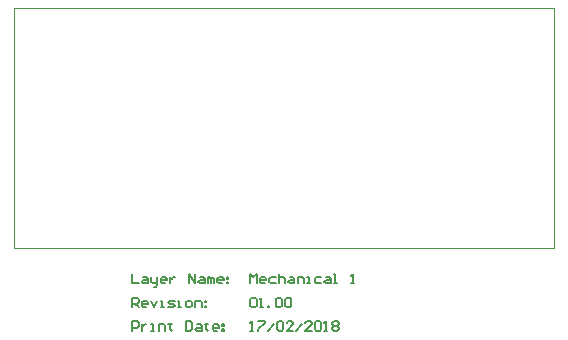
<source format=gm1>
%FSLAX25Y25*%
%MOIN*%
G70*
G01*
G75*
G04 Layer_Color=16711935*
%ADD10R,0.04500X0.06000*%
%ADD11C,0.01969*%
%ADD12C,0.03937*%
%ADD13C,0.01772*%
%ADD14C,0.00787*%
%ADD15C,0.07480*%
%ADD16C,0.08661*%
%ADD17R,0.06000X0.06000*%
%ADD18C,0.06000*%
%ADD19R,0.06000X0.06000*%
%ADD20C,0.05906*%
%ADD21R,0.05906X0.05906*%
%ADD22C,0.05000*%
%ADD23C,0.00394*%
%ADD24R,0.05300X0.06800*%
%ADD25C,0.08280*%
%ADD26C,0.09461*%
%ADD27R,0.06800X0.06800*%
%ADD28C,0.06800*%
%ADD29R,0.06800X0.06800*%
%ADD30C,0.06706*%
%ADD31R,0.06706X0.06706*%
%ADD32C,0.05800*%
%ADD33C,0.00200*%
D14*
X39370Y-8662D02*
Y-11811D01*
X41469D01*
X43043Y-9712D02*
X44093D01*
X44618Y-10237D01*
Y-11811D01*
X43043D01*
X42519Y-11286D01*
X43043Y-10762D01*
X44618D01*
X45667Y-9712D02*
Y-11286D01*
X46192Y-11811D01*
X47766D01*
Y-12336D01*
X47242Y-12861D01*
X46717D01*
X47766Y-11811D02*
Y-9712D01*
X50390Y-11811D02*
X49341D01*
X48816Y-11286D01*
Y-10237D01*
X49341Y-9712D01*
X50390D01*
X50915Y-10237D01*
Y-10762D01*
X48816D01*
X51964Y-9712D02*
Y-11811D01*
Y-10762D01*
X52489Y-10237D01*
X53014Y-9712D01*
X53539D01*
X58262Y-11811D02*
Y-8662D01*
X60361Y-11811D01*
Y-8662D01*
X61935Y-9712D02*
X62985D01*
X63509Y-10237D01*
Y-11811D01*
X61935D01*
X61410Y-11286D01*
X61935Y-10762D01*
X63509D01*
X64559Y-11811D02*
Y-9712D01*
X65084D01*
X65608Y-10237D01*
Y-11811D01*
Y-10237D01*
X66133Y-9712D01*
X66658Y-10237D01*
Y-11811D01*
X69282D02*
X68232D01*
X67707Y-11286D01*
Y-10237D01*
X68232Y-9712D01*
X69282D01*
X69806Y-10237D01*
Y-10762D01*
X67707D01*
X70856Y-9712D02*
X71381D01*
Y-10237D01*
X70856D01*
Y-9712D01*
Y-11286D02*
X71381D01*
Y-11811D01*
X70856D01*
Y-11286D01*
X39370Y-27559D02*
Y-24410D01*
X40944D01*
X41469Y-24935D01*
Y-25985D01*
X40944Y-26509D01*
X39370D01*
X42519Y-25460D02*
Y-27559D01*
Y-26509D01*
X43043Y-25985D01*
X43568Y-25460D01*
X44093D01*
X45667Y-27559D02*
X46717D01*
X46192D01*
Y-25460D01*
X45667D01*
X48291Y-27559D02*
Y-25460D01*
X49865D01*
X50390Y-25985D01*
Y-27559D01*
X51964Y-24935D02*
Y-25460D01*
X51440D01*
X52489D01*
X51964D01*
Y-27034D01*
X52489Y-27559D01*
X57212Y-24410D02*
Y-27559D01*
X58786D01*
X59311Y-27034D01*
Y-24935D01*
X58786Y-24410D01*
X57212D01*
X60886Y-25460D02*
X61935D01*
X62460Y-25985D01*
Y-27559D01*
X60886D01*
X60361Y-27034D01*
X60886Y-26509D01*
X62460D01*
X64034Y-24935D02*
Y-25460D01*
X63509D01*
X64559D01*
X64034D01*
Y-27034D01*
X64559Y-27559D01*
X67707D02*
X66658D01*
X66133Y-27034D01*
Y-25985D01*
X66658Y-25460D01*
X67707D01*
X68232Y-25985D01*
Y-26509D01*
X66133D01*
X69282Y-25460D02*
X69806D01*
Y-25985D01*
X69282D01*
Y-25460D01*
Y-27034D02*
X69806D01*
Y-27559D01*
X69282D01*
Y-27034D01*
X78740Y-27559D02*
X79790D01*
X79265D01*
Y-24410D01*
X78740Y-24935D01*
X81364Y-24410D02*
X83463D01*
Y-24935D01*
X81364Y-27034D01*
Y-27559D01*
X84513D02*
X86612Y-25460D01*
X87661Y-24935D02*
X88186Y-24410D01*
X89236D01*
X89760Y-24935D01*
Y-27034D01*
X89236Y-27559D01*
X88186D01*
X87661Y-27034D01*
Y-24935D01*
X92909Y-27559D02*
X90810D01*
X92909Y-25460D01*
Y-24935D01*
X92384Y-24410D01*
X91334D01*
X90810Y-24935D01*
X93958Y-27559D02*
X96057Y-25460D01*
X99206Y-27559D02*
X97107D01*
X99206Y-25460D01*
Y-24935D01*
X98681Y-24410D01*
X97632D01*
X97107Y-24935D01*
X100256D02*
X100780Y-24410D01*
X101830D01*
X102355Y-24935D01*
Y-27034D01*
X101830Y-27559D01*
X100780D01*
X100256Y-27034D01*
Y-24935D01*
X103404Y-27559D02*
X104454D01*
X103929D01*
Y-24410D01*
X103404Y-24935D01*
X106028D02*
X106553Y-24410D01*
X107602D01*
X108127Y-24935D01*
Y-25460D01*
X107602Y-25985D01*
X108127Y-26509D01*
Y-27034D01*
X107602Y-27559D01*
X106553D01*
X106028Y-27034D01*
Y-26509D01*
X106553Y-25985D01*
X106028Y-25460D01*
Y-24935D01*
X106553Y-25985D02*
X107602D01*
X39370Y-19685D02*
Y-16536D01*
X40944D01*
X41469Y-17061D01*
Y-18111D01*
X40944Y-18635D01*
X39370D01*
X40420D02*
X41469Y-19685D01*
X44093D02*
X43043D01*
X42519Y-19160D01*
Y-18111D01*
X43043Y-17586D01*
X44093D01*
X44618Y-18111D01*
Y-18635D01*
X42519D01*
X45667Y-17586D02*
X46717Y-19685D01*
X47766Y-17586D01*
X48816Y-19685D02*
X49865D01*
X49341D01*
Y-17586D01*
X48816D01*
X51440Y-19685D02*
X53014D01*
X53539Y-19160D01*
X53014Y-18635D01*
X51964D01*
X51440Y-18111D01*
X51964Y-17586D01*
X53539D01*
X54588Y-19685D02*
X55638D01*
X55113D01*
Y-17586D01*
X54588D01*
X57737Y-19685D02*
X58786D01*
X59311Y-19160D01*
Y-18111D01*
X58786Y-17586D01*
X57737D01*
X57212Y-18111D01*
Y-19160D01*
X57737Y-19685D01*
X60361D02*
Y-17586D01*
X61935D01*
X62460Y-18111D01*
Y-19685D01*
X63509Y-17586D02*
X64034D01*
Y-18111D01*
X63509D01*
Y-17586D01*
Y-19160D02*
X64034D01*
Y-19685D01*
X63509D01*
Y-19160D01*
X78740Y-17061D02*
X79265Y-16536D01*
X80314D01*
X80839Y-17061D01*
Y-19160D01*
X80314Y-19685D01*
X79265D01*
X78740Y-19160D01*
Y-17061D01*
X81889Y-19685D02*
X82938D01*
X82414D01*
Y-16536D01*
X81889Y-17061D01*
X84513Y-19685D02*
Y-19160D01*
X85037D01*
Y-19685D01*
X84513D01*
X87136Y-17061D02*
X87661Y-16536D01*
X88711D01*
X89236Y-17061D01*
Y-19160D01*
X88711Y-19685D01*
X87661D01*
X87136Y-19160D01*
Y-17061D01*
X90285D02*
X90810Y-16536D01*
X91859D01*
X92384Y-17061D01*
Y-19160D01*
X91859Y-19685D01*
X90810D01*
X90285Y-19160D01*
Y-17061D01*
X78740Y-11811D02*
Y-8662D01*
X79790Y-9712D01*
X80839Y-8662D01*
Y-11811D01*
X83463D02*
X82414D01*
X81889Y-11286D01*
Y-10237D01*
X82414Y-9712D01*
X83463D01*
X83988Y-10237D01*
Y-10762D01*
X81889D01*
X87136Y-9712D02*
X85562D01*
X85037Y-10237D01*
Y-11286D01*
X85562Y-11811D01*
X87136D01*
X88186Y-8662D02*
Y-11811D01*
Y-10237D01*
X88711Y-9712D01*
X89760D01*
X90285Y-10237D01*
Y-11811D01*
X91859Y-9712D02*
X92909D01*
X93434Y-10237D01*
Y-11811D01*
X91859D01*
X91334Y-11286D01*
X91859Y-10762D01*
X93434D01*
X94483Y-11811D02*
Y-9712D01*
X96057D01*
X96582Y-10237D01*
Y-11811D01*
X97632D02*
X98681D01*
X98156D01*
Y-9712D01*
X97632D01*
X102355D02*
X100780D01*
X100256Y-10237D01*
Y-11286D01*
X100780Y-11811D01*
X102355D01*
X103929Y-9712D02*
X104978D01*
X105503Y-10237D01*
Y-11811D01*
X103929D01*
X103404Y-11286D01*
X103929Y-10762D01*
X105503D01*
X106553Y-11811D02*
X107602D01*
X107078D01*
Y-8662D01*
X106553D01*
X112325Y-11811D02*
X113375D01*
X112850D01*
Y-8662D01*
X112325Y-9187D01*
D23*
X0Y80000D02*
X180000D01*
Y0D02*
Y80000D01*
X0Y0D02*
Y80000D01*
Y0D02*
X180000D01*
M02*

</source>
